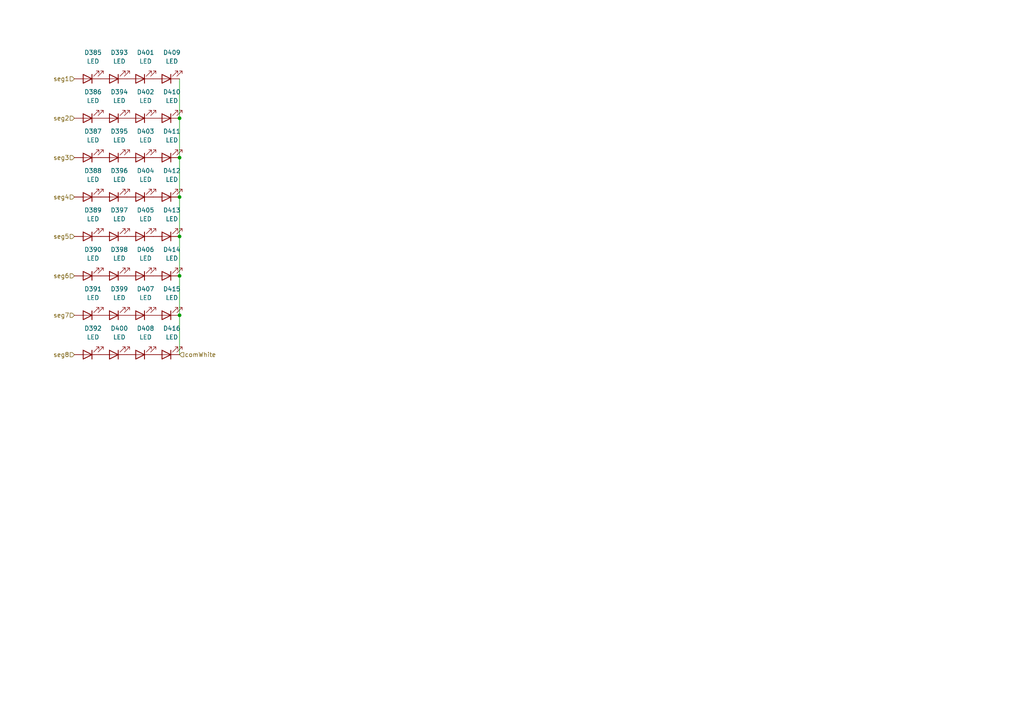
<source format=kicad_sch>
(kicad_sch (version 20250114) (generator "eeschema") (generator_version "9.0")
  (paper "A4")
  (lib_symbols
    (symbol "Device:LED" (pin_numbers (hide yes)) (pin_names (offset 1.016) (hide yes))
      (property "Reference" "D" (at 0 2.54 0))
      (property "Value" "LED" (at 0 -2.54 0))
      (symbol "LED_0_1"
        (polyline (pts (xy -3.048 -0.762) (xy -4.572 -2.286) (xy -3.81 -2.286) (xy -4.572 -2.286) (xy -4.572 -1.524)))
        (polyline (pts (xy -1.778 -0.762) (xy -3.302 -2.286) (xy -2.54 -2.286) (xy -3.302 -2.286) (xy -3.302 -1.524)))
        (polyline (pts (xy -1.27 0) (xy 1.27 0)))
        (polyline (pts (xy -1.27 -1.27) (xy -1.27 1.27)) (stroke (width 0.254)))
        (polyline (pts (xy 1.27 -1.27) (xy 1.27 1.27) (xy -1.27 0) (xy 1.27 -1.27)) (stroke (width 0.254)))
      )
      (symbol "LED_1_1"
        (pin passive line (at -3.81 0 0) (length 2.54) (name "K") (number "1"))
        (pin passive line (at 3.81 0 180) (length 2.54) (name "A") (number "2"))
      )
    )
  )
  (junction (at 52.07 68.58))
  (junction (at 52.07 91.44))
  (junction (at 52.07 34.29))
  (junction (at 52.07 80.01))
  (junction (at 52.07 45.72))
  (junction (at 52.07 57.15))
  (wire (pts (xy 52.07 45.72) (xy 52.07 57.15)))
  (wire (pts (xy 52.07 57.15) (xy 52.07 68.58)))
  (wire (pts (xy 52.07 102.87) (xy 52.07 91.44)))
  (wire (pts (xy 52.07 34.29) (xy 52.07 45.72)))
  (wire (pts (xy 52.07 80.01) (xy 52.07 91.44)))
  (wire (pts (xy 52.07 22.86) (xy 52.07 34.29)))
  (wire (pts (xy 52.07 68.58) (xy 52.07 80.01)))
  (hierarchical_label "seg2" (shape input) (at 21.59 34.29 180))
  (hierarchical_label "seg7" (shape input) (at 21.59 91.44 180))
  (hierarchical_label "seg6" (shape input) (at 21.59 80.01 180))
  (hierarchical_label "seg4" (shape input) (at 21.59 57.15 180))
  (hierarchical_label "seg1" (shape input) (at 21.59 22.86 180))
  (hierarchical_label "seg8" (shape input) (at 21.59 102.87 180))
  (hierarchical_label "seg5" (shape input) (at 21.59 68.58 180))
  (hierarchical_label "seg3" (shape input) (at 21.59 45.72 180))
  (hierarchical_label "comWhite" (shape input) (at 52.07 102.87 0))
  (symbol (lib_id "Device:LED") (at 25.4 34.29 180) (unit 1)
    (property "Reference" "D386" (at 26.9875 26.67 0))
    (property "Value" "LED" (at 26.9875 29.21 0))
    (property "Footprint" "LED_SMD:LED_PLCC_2835" (effects (hide yes)))
    (property "Description" "Light emitting diode" (effects (hide yes)))
    (property "Sim.Pins" "1=K 2=A" (effects (hide yes)))
    (property "JLCPCB Part #" "C5210950" (effects (hide yes)))
    (instances (project "DigitalWiFiClock" (path "" (reference "D386") (unit 1)) (path "" (reference "D418") (unit 1)) (path "" (reference "D450") (unit 1)) (path "" (reference "D482") (unit 1))))
  )
  (symbol (lib_id "Device:LED") (at 40.64 57.15 180) (unit 1)
    (property "Reference" "D404" (at 42.2275 49.53 0))
    (property "Value" "LED" (at 42.2275 52.07 0))
    (property "Footprint" "LED_SMD:LED_PLCC_2835" (effects (hide yes)))
    (property "Description" "Light emitting diode" (effects (hide yes)))
    (property "Sim.Pins" "1=K 2=A" (effects (hide yes)))
    (property "JLCPCB Part #" "C5210950" (effects (hide yes)))
    (instances (project "DigitalWiFiClock" (path "" (reference "D404") (unit 1)) (path "" (reference "D436") (unit 1)) (path "" (reference "D468") (unit 1)) (path "" (reference "D500") (unit 1))))
  )
  (symbol (lib_id "Device:LED") (at 40.64 102.87 180) (unit 1)
    (property "Reference" "D408" (at 42.2275 95.25 0))
    (property "Value" "LED" (at 42.2275 97.79 0))
    (property "Footprint" "LED_SMD:LED_PLCC_2835" (effects (hide yes)))
    (property "Description" "Light emitting diode" (effects (hide yes)))
    (property "Sim.Pins" "1=K 2=A" (effects (hide yes)))
    (property "JLCPCB Part #" "C5210950" (effects (hide yes)))
    (instances (project "DigitalWiFiClock" (path "" (reference "D408") (unit 1)) (path "" (reference "D440") (unit 1)) (path "" (reference "D472") (unit 1)) (path "" (reference "D504") (unit 1))))
  )
  (symbol (lib_id "Device:LED") (at 33.02 34.29 180) (unit 1)
    (property "Reference" "D394" (at 34.6075 26.67 0))
    (property "Value" "LED" (at 34.6075 29.21 0))
    (property "Footprint" "LED_SMD:LED_PLCC_2835" (effects (hide yes)))
    (property "Description" "Light emitting diode" (effects (hide yes)))
    (property "Sim.Pins" "1=K 2=A" (effects (hide yes)))
    (property "JLCPCB Part #" "C5210950" (effects (hide yes)))
    (instances (project "DigitalWiFiClock" (path "" (reference "D394") (unit 1)) (path "" (reference "D426") (unit 1)) (path "" (reference "D458") (unit 1)) (path "" (reference "D490") (unit 1))))
  )
  (symbol (lib_id "Device:LED") (at 25.4 57.15 180) (unit 1)
    (property "Reference" "D388" (at 26.9875 49.53 0))
    (property "Value" "LED" (at 26.9875 52.07 0))
    (property "Footprint" "LED_SMD:LED_PLCC_2835" (effects (hide yes)))
    (property "Description" "Light emitting diode" (effects (hide yes)))
    (property "Sim.Pins" "1=K 2=A" (effects (hide yes)))
    (property "JLCPCB Part #" "C5210950" (effects (hide yes)))
    (instances (project "DigitalWiFiClock" (path "" (reference "D388") (unit 1)) (path "" (reference "D420") (unit 1)) (path "" (reference "D452") (unit 1)) (path "" (reference "D484") (unit 1))))
  )
  (symbol (lib_id "Device:LED") (at 40.64 68.58 180) (unit 1)
    (property "Reference" "D405" (at 42.2275 60.96 0))
    (property "Value" "LED" (at 42.2275 63.5 0))
    (property "Footprint" "LED_SMD:LED_PLCC_2835" (effects (hide yes)))
    (property "Description" "Light emitting diode" (effects (hide yes)))
    (property "Sim.Pins" "1=K 2=A" (effects (hide yes)))
    (property "JLCPCB Part #" "C5210950" (effects (hide yes)))
    (instances (project "DigitalWiFiClock" (path "" (reference "D405") (unit 1)) (path "" (reference "D437") (unit 1)) (path "" (reference "D469") (unit 1)) (path "" (reference "D501") (unit 1))))
  )
  (symbol (lib_id "Device:LED") (at 33.02 80.01 180) (unit 1)
    (property "Reference" "D398" (at 34.6075 72.39 0))
    (property "Value" "LED" (at 34.6075 74.93 0))
    (property "Footprint" "LED_SMD:LED_PLCC_2835" (effects (hide yes)))
    (property "Description" "Light emitting diode" (effects (hide yes)))
    (property "Sim.Pins" "1=K 2=A" (effects (hide yes)))
    (property "JLCPCB Part #" "C5210950" (effects (hide yes)))
    (instances (project "DigitalWiFiClock" (path "" (reference "D398") (unit 1)) (path "" (reference "D430") (unit 1)) (path "" (reference "D462") (unit 1)) (path "" (reference "D494") (unit 1))))
  )
  (symbol (lib_id "Device:LED") (at 25.4 22.86 180) (unit 1)
    (property "Reference" "D385" (at 26.9875 15.24 0))
    (property "Value" "LED" (at 26.9875 17.78 0))
    (property "Footprint" "LED_SMD:LED_PLCC_2835" (effects (hide yes)))
    (property "Description" "Light emitting diode" (effects (hide yes)))
    (property "Sim.Pins" "1=K 2=A" (effects (hide yes)))
    (property "JLCPCB Part #" "C5210950" (effects (hide yes)))
    (instances (project "DigitalWiFiClock" (path "" (reference "D385") (unit 1)) (path "" (reference "D417") (unit 1)) (path "" (reference "D449") (unit 1)) (path "" (reference "D481") (unit 1))))
  )
  (symbol (lib_id "Device:LED") (at 33.02 91.44 180) (unit 1)
    (property "Reference" "D399" (at 34.6075 83.82 0))
    (property "Value" "LED" (at 34.6075 86.36 0))
    (property "Footprint" "LED_SMD:LED_PLCC_2835" (effects (hide yes)))
    (property "Description" "Light emitting diode" (effects (hide yes)))
    (property "Sim.Pins" "1=K 2=A" (effects (hide yes)))
    (property "JLCPCB Part #" "C5210950" (effects (hide yes)))
    (instances (project "DigitalWiFiClock" (path "" (reference "D399") (unit 1)) (path "" (reference "D431") (unit 1)) (path "" (reference "D463") (unit 1)) (path "" (reference "D495") (unit 1))))
  )
  (symbol (lib_id "Device:LED") (at 40.64 34.29 180) (unit 1)
    (property "Reference" "D402" (at 42.2275 26.67 0))
    (property "Value" "LED" (at 42.2275 29.21 0))
    (property "Footprint" "LED_SMD:LED_PLCC_2835" (effects (hide yes)))
    (property "Description" "Light emitting diode" (effects (hide yes)))
    (property "Sim.Pins" "1=K 2=A" (effects (hide yes)))
    (property "JLCPCB Part #" "C5210950" (effects (hide yes)))
    (instances (project "DigitalWiFiClock" (path "" (reference "D402") (unit 1)) (path "" (reference "D434") (unit 1)) (path "" (reference "D466") (unit 1)) (path "" (reference "D498") (unit 1))))
  )
  (symbol (lib_id "Device:LED") (at 40.64 22.86 180) (unit 1)
    (property "Reference" "D401" (at 42.2275 15.24 0))
    (property "Value" "LED" (at 42.2275 17.78 0))
    (property "Footprint" "LED_SMD:LED_PLCC_2835" (effects (hide yes)))
    (property "Description" "Light emitting diode" (effects (hide yes)))
    (property "Sim.Pins" "1=K 2=A" (effects (hide yes)))
    (property "JLCPCB Part #" "C5210950" (effects (hide yes)))
    (instances (project "DigitalWiFiClock" (path "" (reference "D401") (unit 1)) (path "" (reference "D433") (unit 1)) (path "" (reference "D465") (unit 1)) (path "" (reference "D497") (unit 1))))
  )
  (symbol (lib_id "Device:LED") (at 40.64 91.44 180) (unit 1)
    (property "Reference" "D407" (at 42.2275 83.82 0))
    (property "Value" "LED" (at 42.2275 86.36 0))
    (property "Footprint" "LED_SMD:LED_PLCC_2835" (effects (hide yes)))
    (property "Description" "Light emitting diode" (effects (hide yes)))
    (property "Sim.Pins" "1=K 2=A" (effects (hide yes)))
    (property "JLCPCB Part #" "C5210950" (effects (hide yes)))
    (instances (project "DigitalWiFiClock" (path "" (reference "D407") (unit 1)) (path "" (reference "D439") (unit 1)) (path "" (reference "D471") (unit 1)) (path "" (reference "D503") (unit 1))))
  )
  (symbol (lib_id "Device:LED") (at 33.02 102.87 180) (unit 1)
    (property "Reference" "D400" (at 34.6075 95.25 0))
    (property "Value" "LED" (at 34.6075 97.79 0))
    (property "Footprint" "LED_SMD:LED_PLCC_2835" (effects (hide yes)))
    (property "Description" "Light emitting diode" (effects (hide yes)))
    (property "Sim.Pins" "1=K 2=A" (effects (hide yes)))
    (property "JLCPCB Part #" "C5210950" (effects (hide yes)))
    (instances (project "DigitalWiFiClock" (path "" (reference "D400") (unit 1)) (path "" (reference "D432") (unit 1)) (path "" (reference "D464") (unit 1)) (path "" (reference "D496") (unit 1))))
  )
  (symbol (lib_id "Device:LED") (at 48.26 102.87 180) (unit 1)
    (property "Reference" "D416" (at 49.8475 95.25 0))
    (property "Value" "LED" (at 49.8475 97.79 0))
    (property "Footprint" "LED_SMD:LED_PLCC_2835" (effects (hide yes)))
    (property "Description" "Light emitting diode" (effects (hide yes)))
    (property "Sim.Pins" "1=K 2=A" (effects (hide yes)))
    (property "JLCPCB Part #" "C5210950" (effects (hide yes)))
    (instances (project "DigitalWiFiClock" (path "" (reference "D416") (unit 1)) (path "" (reference "D448") (unit 1)) (path "" (reference "D480") (unit 1)) (path "" (reference "D512") (unit 1))))
  )
  (symbol (lib_id "Device:LED") (at 25.4 45.72 180) (unit 1)
    (property "Reference" "D387" (at 26.9875 38.1 0))
    (property "Value" "LED" (at 26.9875 40.64 0))
    (property "Footprint" "LED_SMD:LED_PLCC_2835" (effects (hide yes)))
    (property "Description" "Light emitting diode" (effects (hide yes)))
    (property "Sim.Pins" "1=K 2=A" (effects (hide yes)))
    (property "JLCPCB Part #" "C5210950" (effects (hide yes)))
    (instances (project "DigitalWiFiClock" (path "" (reference "D387") (unit 1)) (path "" (reference "D419") (unit 1)) (path "" (reference "D451") (unit 1)) (path "" (reference "D483") (unit 1))))
  )
  (symbol (lib_id "Device:LED") (at 48.26 57.15 180) (unit 1)
    (property "Reference" "D412" (at 49.8475 49.53 0))
    (property "Value" "LED" (at 49.8475 52.07 0))
    (property "Footprint" "LED_SMD:LED_PLCC_2835" (effects (hide yes)))
    (property "Description" "Light emitting diode" (effects (hide yes)))
    (property "Sim.Pins" "1=K 2=A" (effects (hide yes)))
    (property "JLCPCB Part #" "C5210950" (effects (hide yes)))
    (instances (project "DigitalWiFiClock" (path "" (reference "D412") (unit 1)) (path "" (reference "D444") (unit 1)) (path "" (reference "D476") (unit 1)) (path "" (reference "D508") (unit 1))))
  )
  (symbol (lib_id "Device:LED") (at 33.02 68.58 180) (unit 1)
    (property "Reference" "D397" (at 34.6075 60.96 0))
    (property "Value" "LED" (at 34.6075 63.5 0))
    (property "Footprint" "LED_SMD:LED_PLCC_2835" (effects (hide yes)))
    (property "Description" "Light emitting diode" (effects (hide yes)))
    (property "Sim.Pins" "1=K 2=A" (effects (hide yes)))
    (property "JLCPCB Part #" "C5210950" (effects (hide yes)))
    (instances (project "DigitalWiFiClock" (path "" (reference "D397") (unit 1)) (path "" (reference "D429") (unit 1)) (path "" (reference "D461") (unit 1)) (path "" (reference "D493") (unit 1))))
  )
  (symbol (lib_id "Device:LED") (at 33.02 57.15 180) (unit 1)
    (property "Reference" "D396" (at 34.6075 49.53 0))
    (property "Value" "LED" (at 34.6075 52.07 0))
    (property "Footprint" "LED_SMD:LED_PLCC_2835" (effects (hide yes)))
    (property "Description" "Light emitting diode" (effects (hide yes)))
    (property "Sim.Pins" "1=K 2=A" (effects (hide yes)))
    (property "JLCPCB Part #" "C5210950" (effects (hide yes)))
    (instances (project "DigitalWiFiClock" (path "" (reference "D396") (unit 1)) (path "" (reference "D428") (unit 1)) (path "" (reference "D460") (unit 1)) (path "" (reference "D492") (unit 1))))
  )
  (symbol (lib_id "Device:LED") (at 25.4 91.44 180) (unit 1)
    (property "Reference" "D391" (at 26.9875 83.82 0))
    (property "Value" "LED" (at 26.9875 86.36 0))
    (property "Footprint" "LED_SMD:LED_PLCC_2835" (effects (hide yes)))
    (property "Description" "Light emitting diode" (effects (hide yes)))
    (property "Sim.Pins" "1=K 2=A" (effects (hide yes)))
    (property "JLCPCB Part #" "C5210950" (effects (hide yes)))
    (instances (project "DigitalWiFiClock" (path "" (reference "D391") (unit 1)) (path "" (reference "D423") (unit 1)) (path "" (reference "D455") (unit 1)) (path "" (reference "D487") (unit 1))))
  )
  (symbol (lib_id "Device:LED") (at 40.64 45.72 180) (unit 1)
    (property "Reference" "D403" (at 42.2275 38.1 0))
    (property "Value" "LED" (at 42.2275 40.64 0))
    (property "Footprint" "LED_SMD:LED_PLCC_2835" (effects (hide yes)))
    (property "Description" "Light emitting diode" (effects (hide yes)))
    (property "Sim.Pins" "1=K 2=A" (effects (hide yes)))
    (property "JLCPCB Part #" "C5210950" (effects (hide yes)))
    (instances (project "DigitalWiFiClock" (path "" (reference "D403") (unit 1)) (path "" (reference "D435") (unit 1)) (path "" (reference "D467") (unit 1)) (path "" (reference "D499") (unit 1))))
  )
  (symbol (lib_id "Device:LED") (at 25.4 68.58 180) (unit 1)
    (property "Reference" "D389" (at 26.9875 60.96 0))
    (property "Value" "LED" (at 26.9875 63.5 0))
    (property "Footprint" "LED_SMD:LED_PLCC_2835" (effects (hide yes)))
    (property "Description" "Light emitting diode" (effects (hide yes)))
    (property "Sim.Pins" "1=K 2=A" (effects (hide yes)))
    (property "JLCPCB Part #" "C5210950" (effects (hide yes)))
    (instances (project "DigitalWiFiClock" (path "" (reference "D389") (unit 1)) (path "" (reference "D421") (unit 1)) (path "" (reference "D453") (unit 1)) (path "" (reference "D485") (unit 1))))
  )
  (symbol (lib_id "Device:LED") (at 48.26 80.01 180) (unit 1)
    (property "Reference" "D414" (at 49.8475 72.39 0))
    (property "Value" "LED" (at 49.8475 74.93 0))
    (property "Footprint" "LED_SMD:LED_PLCC_2835" (effects (hide yes)))
    (property "Description" "Light emitting diode" (effects (hide yes)))
    (property "Sim.Pins" "1=K 2=A" (effects (hide yes)))
    (property "JLCPCB Part #" "C5210950" (effects (hide yes)))
    (instances (project "DigitalWiFiClock" (path "" (reference "D414") (unit 1)) (path "" (reference "D446") (unit 1)) (path "" (reference "D478") (unit 1)) (path "" (reference "D510") (unit 1))))
  )
  (symbol (lib_id "Device:LED") (at 48.26 68.58 180) (unit 1)
    (property "Reference" "D413" (at 49.8475 60.96 0))
    (property "Value" "LED" (at 49.8475 63.5 0))
    (property "Footprint" "LED_SMD:LED_PLCC_2835" (effects (hide yes)))
    (property "Description" "Light emitting diode" (effects (hide yes)))
    (property "Sim.Pins" "1=K 2=A" (effects (hide yes)))
    (property "JLCPCB Part #" "C5210950" (effects (hide yes)))
    (instances (project "DigitalWiFiClock" (path "" (reference "D413") (unit 1)) (path "" (reference "D445") (unit 1)) (path "" (reference "D477") (unit 1)) (path "" (reference "D509") (unit 1))))
  )
  (symbol (lib_id "Device:LED") (at 33.02 22.86 180) (unit 1)
    (property "Reference" "D393" (at 34.6075 15.24 0))
    (property "Value" "LED" (at 34.6075 17.78 0))
    (property "Footprint" "LED_SMD:LED_PLCC_2835" (effects (hide yes)))
    (property "Description" "Light emitting diode" (effects (hide yes)))
    (property "Sim.Pins" "1=K 2=A" (effects (hide yes)))
    (property "JLCPCB Part #" "C5210950" (effects (hide yes)))
    (instances (project "DigitalWiFiClock" (path "" (reference "D393") (unit 1)) (path "" (reference "D425") (unit 1)) (path "" (reference "D457") (unit 1)) (path "" (reference "D489") (unit 1))))
  )
  (symbol (lib_id "Device:LED") (at 40.64 80.01 180) (unit 1)
    (property "Reference" "D406" (at 42.2275 72.39 0))
    (property "Value" "LED" (at 42.2275 74.93 0))
    (property "Footprint" "LED_SMD:LED_PLCC_2835" (effects (hide yes)))
    (property "Description" "Light emitting diode" (effects (hide yes)))
    (property "Sim.Pins" "1=K 2=A" (effects (hide yes)))
    (property "JLCPCB Part #" "C5210950" (effects (hide yes)))
    (instances (project "DigitalWiFiClock" (path "" (reference "D406") (unit 1)) (path "" (reference "D438") (unit 1)) (path "" (reference "D470") (unit 1)) (path "" (reference "D502") (unit 1))))
  )
  (symbol (lib_id "Device:LED") (at 33.02 45.72 180) (unit 1)
    (property "Reference" "D395" (at 34.6075 38.1 0))
    (property "Value" "LED" (at 34.6075 40.64 0))
    (property "Footprint" "LED_SMD:LED_PLCC_2835" (effects (hide yes)))
    (property "Description" "Light emitting diode" (effects (hide yes)))
    (property "Sim.Pins" "1=K 2=A" (effects (hide yes)))
    (property "JLCPCB Part #" "C5210950" (effects (hide yes)))
    (instances (project "DigitalWiFiClock" (path "" (reference "D395") (unit 1)) (path "" (reference "D427") (unit 1)) (path "" (reference "D459") (unit 1)) (path "" (reference "D491") (unit 1))))
  )
  (symbol (lib_id "Device:LED") (at 48.26 45.72 180) (unit 1)
    (property "Reference" "D411" (at 49.8475 38.1 0))
    (property "Value" "LED" (at 49.8475 40.64 0))
    (property "Footprint" "LED_SMD:LED_PLCC_2835" (effects (hide yes)))
    (property "Description" "Light emitting diode" (effects (hide yes)))
    (property "Sim.Pins" "1=K 2=A" (effects (hide yes)))
    (property "JLCPCB Part #" "C5210950" (effects (hide yes)))
    (instances (project "DigitalWiFiClock" (path "" (reference "D411") (unit 1)) (path "" (reference "D443") (unit 1)) (path "" (reference "D475") (unit 1)) (path "" (reference "D507") (unit 1))))
  )
  (symbol (lib_id "Device:LED") (at 25.4 102.87 180) (unit 1)
    (property "Reference" "D392" (at 26.9875 95.25 0))
    (property "Value" "LED" (at 26.9875 97.79 0))
    (property "Footprint" "LED_SMD:LED_PLCC_2835" (effects (hide yes)))
    (property "Description" "Light emitting diode" (effects (hide yes)))
    (property "Sim.Pins" "1=K 2=A" (effects (hide yes)))
    (property "JLCPCB Part #" "C5210950" (effects (hide yes)))
    (instances (project "DigitalWiFiClock" (path "" (reference "D392") (unit 1)) (path "" (reference "D424") (unit 1)) (path "" (reference "D456") (unit 1)) (path "" (reference "D488") (unit 1))))
  )
  (symbol (lib_id "Device:LED") (at 48.26 34.29 180) (unit 1)
    (property "Reference" "D410" (at 49.8475 26.67 0))
    (property "Value" "LED" (at 49.8475 29.21 0))
    (property "Footprint" "LED_SMD:LED_PLCC_2835" (effects (hide yes)))
    (property "Description" "Light emitting diode" (effects (hide yes)))
    (property "Sim.Pins" "1=K 2=A" (effects (hide yes)))
    (property "JLCPCB Part #" "C5210950" (effects (hide yes)))
    (instances (project "DigitalWiFiClock" (path "" (reference "D410") (unit 1)) (path "" (reference "D442") (unit 1)) (path "" (reference "D474") (unit 1)) (path "" (reference "D506") (unit 1))))
  )
  (symbol (lib_id "Device:LED") (at 48.26 22.86 180) (unit 1)
    (property "Reference" "D409" (at 49.8475 15.24 0))
    (property "Value" "LED" (at 49.8475 17.78 0))
    (property "Footprint" "LED_SMD:LED_PLCC_2835" (effects (hide yes)))
    (property "Description" "Light emitting diode" (effects (hide yes)))
    (property "Sim.Pins" "1=K 2=A" (effects (hide yes)))
    (property "JLCPCB Part #" "C5210950" (effects (hide yes)))
    (instances (project "DigitalWiFiClock" (path "" (reference "D409") (unit 1)) (path "" (reference "D441") (unit 1)) (path "" (reference "D473") (unit 1)) (path "" (reference "D505") (unit 1))))
  )
  (symbol (lib_id "Device:LED") (at 25.4 80.01 180) (unit 1)
    (property "Reference" "D390" (at 26.9875 72.39 0))
    (property "Value" "LED" (at 26.9875 74.93 0))
    (property "Footprint" "LED_SMD:LED_PLCC_2835" (effects (hide yes)))
    (property "Description" "Light emitting diode" (effects (hide yes)))
    (property "Sim.Pins" "1=K 2=A" (effects (hide yes)))
    (property "JLCPCB Part #" "C5210950" (effects (hide yes)))
    (instances (project "DigitalWiFiClock" (path "" (reference "D390") (unit 1)) (path "" (reference "D422") (unit 1)) (path "" (reference "D454") (unit 1)) (path "" (reference "D486") (unit 1))))
  )
  (symbol (lib_id "Device:LED") (at 48.26 91.44 180) (unit 1)
    (property "Reference" "D415" (at 49.8475 83.82 0))
    (property "Value" "LED" (at 49.8475 86.36 0))
    (property "Footprint" "LED_SMD:LED_PLCC_2835" (effects (hide yes)))
    (property "Description" "Light emitting diode" (effects (hide yes)))
    (property "Sim.Pins" "1=K 2=A" (effects (hide yes)))
    (property "JLCPCB Part #" "C5210950" (effects (hide yes)))
    (instances (project "DigitalWiFiClock" (path "" (reference "D415") (unit 1)) (path "" (reference "D447") (unit 1)) (path "" (reference "D479") (unit 1)) (path "" (reference "D511") (unit 1))))
  )
)
</source>
